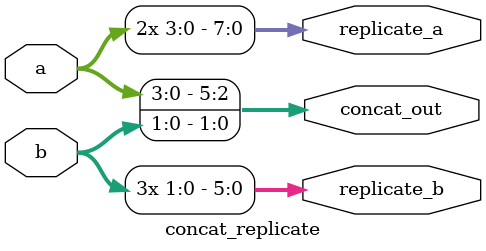
<source format=v>
module concat_replicate (
    input  [3:0] a,
    input  [1:0] b,
    output [5:0] concat_out,
    output [7:0] replicate_a,
    output [5:0] replicate_b
);

// Concatenation: {a[3:0], b[1:0]} => 6 bits
assign concat_out = {a, b};

// Replication: repeat 'a' 2 times -> 8 bits
assign replicate_a = {2{a}};  // a,a

// Replication: repeat 'b' 3 times -> 6 bits
assign replicate_b = {3{b}};  // b,b,b

endmodule

</source>
